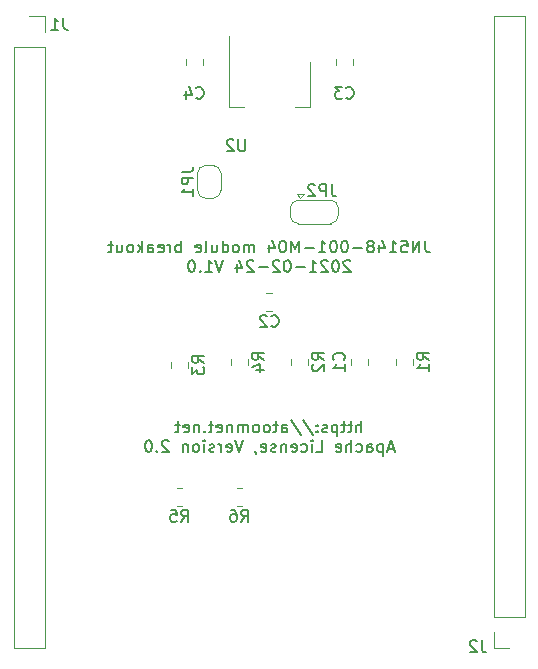
<source format=gbr>
G04 #@! TF.GenerationSoftware,KiCad,Pcbnew,(5.1.9)-1*
G04 #@! TF.CreationDate,2021-03-06T13:20:15+01:00*
G04 #@! TF.ProjectId,Jennic JN5148-001-M04 breakout,4a656e6e-6963-4204-9a4e-353134382d30,rev?*
G04 #@! TF.SameCoordinates,Original*
G04 #@! TF.FileFunction,Legend,Bot*
G04 #@! TF.FilePolarity,Positive*
%FSLAX46Y46*%
G04 Gerber Fmt 4.6, Leading zero omitted, Abs format (unit mm)*
G04 Created by KiCad (PCBNEW (5.1.9)-1) date 2021-03-06 13:20:15*
%MOMM*%
%LPD*%
G01*
G04 APERTURE LIST*
%ADD10C,0.150000*%
%ADD11C,0.120000*%
G04 APERTURE END LIST*
D10*
X152589523Y-110117380D02*
X152589523Y-109117380D01*
X152160952Y-110117380D02*
X152160952Y-109593571D01*
X152208571Y-109498333D01*
X152303809Y-109450714D01*
X152446666Y-109450714D01*
X152541904Y-109498333D01*
X152589523Y-109545952D01*
X151827619Y-109450714D02*
X151446666Y-109450714D01*
X151684761Y-109117380D02*
X151684761Y-109974523D01*
X151637142Y-110069761D01*
X151541904Y-110117380D01*
X151446666Y-110117380D01*
X151256190Y-109450714D02*
X150875238Y-109450714D01*
X151113333Y-109117380D02*
X151113333Y-109974523D01*
X151065714Y-110069761D01*
X150970476Y-110117380D01*
X150875238Y-110117380D01*
X150541904Y-109450714D02*
X150541904Y-110450714D01*
X150541904Y-109498333D02*
X150446666Y-109450714D01*
X150256190Y-109450714D01*
X150160952Y-109498333D01*
X150113333Y-109545952D01*
X150065714Y-109641190D01*
X150065714Y-109926904D01*
X150113333Y-110022142D01*
X150160952Y-110069761D01*
X150256190Y-110117380D01*
X150446666Y-110117380D01*
X150541904Y-110069761D01*
X149684761Y-110069761D02*
X149589523Y-110117380D01*
X149399047Y-110117380D01*
X149303809Y-110069761D01*
X149256190Y-109974523D01*
X149256190Y-109926904D01*
X149303809Y-109831666D01*
X149399047Y-109784047D01*
X149541904Y-109784047D01*
X149637142Y-109736428D01*
X149684761Y-109641190D01*
X149684761Y-109593571D01*
X149637142Y-109498333D01*
X149541904Y-109450714D01*
X149399047Y-109450714D01*
X149303809Y-109498333D01*
X148827619Y-110022142D02*
X148780000Y-110069761D01*
X148827619Y-110117380D01*
X148875238Y-110069761D01*
X148827619Y-110022142D01*
X148827619Y-110117380D01*
X148827619Y-109498333D02*
X148780000Y-109545952D01*
X148827619Y-109593571D01*
X148875238Y-109545952D01*
X148827619Y-109498333D01*
X148827619Y-109593571D01*
X147637142Y-109069761D02*
X148494285Y-110355476D01*
X146589523Y-109069761D02*
X147446666Y-110355476D01*
X145827619Y-110117380D02*
X145827619Y-109593571D01*
X145875238Y-109498333D01*
X145970476Y-109450714D01*
X146160952Y-109450714D01*
X146256190Y-109498333D01*
X145827619Y-110069761D02*
X145922857Y-110117380D01*
X146160952Y-110117380D01*
X146256190Y-110069761D01*
X146303809Y-109974523D01*
X146303809Y-109879285D01*
X146256190Y-109784047D01*
X146160952Y-109736428D01*
X145922857Y-109736428D01*
X145827619Y-109688809D01*
X145494285Y-109450714D02*
X145113333Y-109450714D01*
X145351428Y-109117380D02*
X145351428Y-109974523D01*
X145303809Y-110069761D01*
X145208571Y-110117380D01*
X145113333Y-110117380D01*
X144637142Y-110117380D02*
X144732380Y-110069761D01*
X144780000Y-110022142D01*
X144827619Y-109926904D01*
X144827619Y-109641190D01*
X144780000Y-109545952D01*
X144732380Y-109498333D01*
X144637142Y-109450714D01*
X144494285Y-109450714D01*
X144399047Y-109498333D01*
X144351428Y-109545952D01*
X144303809Y-109641190D01*
X144303809Y-109926904D01*
X144351428Y-110022142D01*
X144399047Y-110069761D01*
X144494285Y-110117380D01*
X144637142Y-110117380D01*
X143732380Y-110117380D02*
X143827619Y-110069761D01*
X143875238Y-110022142D01*
X143922857Y-109926904D01*
X143922857Y-109641190D01*
X143875238Y-109545952D01*
X143827619Y-109498333D01*
X143732380Y-109450714D01*
X143589523Y-109450714D01*
X143494285Y-109498333D01*
X143446666Y-109545952D01*
X143399047Y-109641190D01*
X143399047Y-109926904D01*
X143446666Y-110022142D01*
X143494285Y-110069761D01*
X143589523Y-110117380D01*
X143732380Y-110117380D01*
X142970476Y-110117380D02*
X142970476Y-109450714D01*
X142970476Y-109545952D02*
X142922857Y-109498333D01*
X142827619Y-109450714D01*
X142684761Y-109450714D01*
X142589523Y-109498333D01*
X142541904Y-109593571D01*
X142541904Y-110117380D01*
X142541904Y-109593571D02*
X142494285Y-109498333D01*
X142399047Y-109450714D01*
X142256190Y-109450714D01*
X142160952Y-109498333D01*
X142113333Y-109593571D01*
X142113333Y-110117380D01*
X141637142Y-109450714D02*
X141637142Y-110117380D01*
X141637142Y-109545952D02*
X141589523Y-109498333D01*
X141494285Y-109450714D01*
X141351428Y-109450714D01*
X141256190Y-109498333D01*
X141208571Y-109593571D01*
X141208571Y-110117380D01*
X140351428Y-110069761D02*
X140446666Y-110117380D01*
X140637142Y-110117380D01*
X140732380Y-110069761D01*
X140780000Y-109974523D01*
X140780000Y-109593571D01*
X140732380Y-109498333D01*
X140637142Y-109450714D01*
X140446666Y-109450714D01*
X140351428Y-109498333D01*
X140303809Y-109593571D01*
X140303809Y-109688809D01*
X140780000Y-109784047D01*
X140018095Y-109450714D02*
X139637142Y-109450714D01*
X139875238Y-109117380D02*
X139875238Y-109974523D01*
X139827619Y-110069761D01*
X139732380Y-110117380D01*
X139637142Y-110117380D01*
X139303809Y-110022142D02*
X139256190Y-110069761D01*
X139303809Y-110117380D01*
X139351428Y-110069761D01*
X139303809Y-110022142D01*
X139303809Y-110117380D01*
X138827619Y-109450714D02*
X138827619Y-110117380D01*
X138827619Y-109545952D02*
X138780000Y-109498333D01*
X138684761Y-109450714D01*
X138541904Y-109450714D01*
X138446666Y-109498333D01*
X138399047Y-109593571D01*
X138399047Y-110117380D01*
X137541904Y-110069761D02*
X137637142Y-110117380D01*
X137827619Y-110117380D01*
X137922857Y-110069761D01*
X137970476Y-109974523D01*
X137970476Y-109593571D01*
X137922857Y-109498333D01*
X137827619Y-109450714D01*
X137637142Y-109450714D01*
X137541904Y-109498333D01*
X137494285Y-109593571D01*
X137494285Y-109688809D01*
X137970476Y-109784047D01*
X137208571Y-109450714D02*
X136827619Y-109450714D01*
X137065714Y-109117380D02*
X137065714Y-109974523D01*
X137018095Y-110069761D01*
X136922857Y-110117380D01*
X136827619Y-110117380D01*
X155303809Y-111481666D02*
X154827619Y-111481666D01*
X155399047Y-111767380D02*
X155065714Y-110767380D01*
X154732380Y-111767380D01*
X154399047Y-111100714D02*
X154399047Y-112100714D01*
X154399047Y-111148333D02*
X154303809Y-111100714D01*
X154113333Y-111100714D01*
X154018095Y-111148333D01*
X153970476Y-111195952D01*
X153922857Y-111291190D01*
X153922857Y-111576904D01*
X153970476Y-111672142D01*
X154018095Y-111719761D01*
X154113333Y-111767380D01*
X154303809Y-111767380D01*
X154399047Y-111719761D01*
X153065714Y-111767380D02*
X153065714Y-111243571D01*
X153113333Y-111148333D01*
X153208571Y-111100714D01*
X153399047Y-111100714D01*
X153494285Y-111148333D01*
X153065714Y-111719761D02*
X153160952Y-111767380D01*
X153399047Y-111767380D01*
X153494285Y-111719761D01*
X153541904Y-111624523D01*
X153541904Y-111529285D01*
X153494285Y-111434047D01*
X153399047Y-111386428D01*
X153160952Y-111386428D01*
X153065714Y-111338809D01*
X152160952Y-111719761D02*
X152256190Y-111767380D01*
X152446666Y-111767380D01*
X152541904Y-111719761D01*
X152589523Y-111672142D01*
X152637142Y-111576904D01*
X152637142Y-111291190D01*
X152589523Y-111195952D01*
X152541904Y-111148333D01*
X152446666Y-111100714D01*
X152256190Y-111100714D01*
X152160952Y-111148333D01*
X151732380Y-111767380D02*
X151732380Y-110767380D01*
X151303809Y-111767380D02*
X151303809Y-111243571D01*
X151351428Y-111148333D01*
X151446666Y-111100714D01*
X151589523Y-111100714D01*
X151684761Y-111148333D01*
X151732380Y-111195952D01*
X150446666Y-111719761D02*
X150541904Y-111767380D01*
X150732380Y-111767380D01*
X150827619Y-111719761D01*
X150875238Y-111624523D01*
X150875238Y-111243571D01*
X150827619Y-111148333D01*
X150732380Y-111100714D01*
X150541904Y-111100714D01*
X150446666Y-111148333D01*
X150399047Y-111243571D01*
X150399047Y-111338809D01*
X150875238Y-111434047D01*
X148732380Y-111767380D02*
X149208571Y-111767380D01*
X149208571Y-110767380D01*
X148399047Y-111767380D02*
X148399047Y-111100714D01*
X148399047Y-110767380D02*
X148446666Y-110815000D01*
X148399047Y-110862619D01*
X148351428Y-110815000D01*
X148399047Y-110767380D01*
X148399047Y-110862619D01*
X147494285Y-111719761D02*
X147589523Y-111767380D01*
X147780000Y-111767380D01*
X147875238Y-111719761D01*
X147922857Y-111672142D01*
X147970476Y-111576904D01*
X147970476Y-111291190D01*
X147922857Y-111195952D01*
X147875238Y-111148333D01*
X147780000Y-111100714D01*
X147589523Y-111100714D01*
X147494285Y-111148333D01*
X146684761Y-111719761D02*
X146780000Y-111767380D01*
X146970476Y-111767380D01*
X147065714Y-111719761D01*
X147113333Y-111624523D01*
X147113333Y-111243571D01*
X147065714Y-111148333D01*
X146970476Y-111100714D01*
X146780000Y-111100714D01*
X146684761Y-111148333D01*
X146637142Y-111243571D01*
X146637142Y-111338809D01*
X147113333Y-111434047D01*
X146208571Y-111100714D02*
X146208571Y-111767380D01*
X146208571Y-111195952D02*
X146160952Y-111148333D01*
X146065714Y-111100714D01*
X145922857Y-111100714D01*
X145827619Y-111148333D01*
X145780000Y-111243571D01*
X145780000Y-111767380D01*
X145351428Y-111719761D02*
X145256190Y-111767380D01*
X145065714Y-111767380D01*
X144970476Y-111719761D01*
X144922857Y-111624523D01*
X144922857Y-111576904D01*
X144970476Y-111481666D01*
X145065714Y-111434047D01*
X145208571Y-111434047D01*
X145303809Y-111386428D01*
X145351428Y-111291190D01*
X145351428Y-111243571D01*
X145303809Y-111148333D01*
X145208571Y-111100714D01*
X145065714Y-111100714D01*
X144970476Y-111148333D01*
X144113333Y-111719761D02*
X144208571Y-111767380D01*
X144399047Y-111767380D01*
X144494285Y-111719761D01*
X144541904Y-111624523D01*
X144541904Y-111243571D01*
X144494285Y-111148333D01*
X144399047Y-111100714D01*
X144208571Y-111100714D01*
X144113333Y-111148333D01*
X144065714Y-111243571D01*
X144065714Y-111338809D01*
X144541904Y-111434047D01*
X143589523Y-111719761D02*
X143589523Y-111767380D01*
X143637142Y-111862619D01*
X143684761Y-111910238D01*
X142541904Y-110767380D02*
X142208571Y-111767380D01*
X141875238Y-110767380D01*
X141160952Y-111719761D02*
X141256190Y-111767380D01*
X141446666Y-111767380D01*
X141541904Y-111719761D01*
X141589523Y-111624523D01*
X141589523Y-111243571D01*
X141541904Y-111148333D01*
X141446666Y-111100714D01*
X141256190Y-111100714D01*
X141160952Y-111148333D01*
X141113333Y-111243571D01*
X141113333Y-111338809D01*
X141589523Y-111434047D01*
X140684761Y-111767380D02*
X140684761Y-111100714D01*
X140684761Y-111291190D02*
X140637142Y-111195952D01*
X140589523Y-111148333D01*
X140494285Y-111100714D01*
X140399047Y-111100714D01*
X140113333Y-111719761D02*
X140018095Y-111767380D01*
X139827619Y-111767380D01*
X139732380Y-111719761D01*
X139684761Y-111624523D01*
X139684761Y-111576904D01*
X139732380Y-111481666D01*
X139827619Y-111434047D01*
X139970476Y-111434047D01*
X140065714Y-111386428D01*
X140113333Y-111291190D01*
X140113333Y-111243571D01*
X140065714Y-111148333D01*
X139970476Y-111100714D01*
X139827619Y-111100714D01*
X139732380Y-111148333D01*
X139256190Y-111767380D02*
X139256190Y-111100714D01*
X139256190Y-110767380D02*
X139303809Y-110815000D01*
X139256190Y-110862619D01*
X139208571Y-110815000D01*
X139256190Y-110767380D01*
X139256190Y-110862619D01*
X138637142Y-111767380D02*
X138732380Y-111719761D01*
X138780000Y-111672142D01*
X138827619Y-111576904D01*
X138827619Y-111291190D01*
X138780000Y-111195952D01*
X138732380Y-111148333D01*
X138637142Y-111100714D01*
X138494285Y-111100714D01*
X138399047Y-111148333D01*
X138351428Y-111195952D01*
X138303809Y-111291190D01*
X138303809Y-111576904D01*
X138351428Y-111672142D01*
X138399047Y-111719761D01*
X138494285Y-111767380D01*
X138637142Y-111767380D01*
X137875238Y-111100714D02*
X137875238Y-111767380D01*
X137875238Y-111195952D02*
X137827619Y-111148333D01*
X137732380Y-111100714D01*
X137589523Y-111100714D01*
X137494285Y-111148333D01*
X137446666Y-111243571D01*
X137446666Y-111767380D01*
X136256190Y-110862619D02*
X136208571Y-110815000D01*
X136113333Y-110767380D01*
X135875238Y-110767380D01*
X135780000Y-110815000D01*
X135732380Y-110862619D01*
X135684761Y-110957857D01*
X135684761Y-111053095D01*
X135732380Y-111195952D01*
X136303809Y-111767380D01*
X135684761Y-111767380D01*
X135256190Y-111672142D02*
X135208571Y-111719761D01*
X135256190Y-111767380D01*
X135303809Y-111719761D01*
X135256190Y-111672142D01*
X135256190Y-111767380D01*
X134589523Y-110767380D02*
X134494285Y-110767380D01*
X134399047Y-110815000D01*
X134351428Y-110862619D01*
X134303809Y-110957857D01*
X134256190Y-111148333D01*
X134256190Y-111386428D01*
X134303809Y-111576904D01*
X134351428Y-111672142D01*
X134399047Y-111719761D01*
X134494285Y-111767380D01*
X134589523Y-111767380D01*
X134684761Y-111719761D01*
X134732380Y-111672142D01*
X134780000Y-111576904D01*
X134827619Y-111386428D01*
X134827619Y-111148333D01*
X134780000Y-110957857D01*
X134732380Y-110862619D01*
X134684761Y-110815000D01*
X134589523Y-110767380D01*
X157970476Y-93877380D02*
X157970476Y-94591666D01*
X158018095Y-94734523D01*
X158113333Y-94829761D01*
X158256190Y-94877380D01*
X158351428Y-94877380D01*
X157494285Y-94877380D02*
X157494285Y-93877380D01*
X156922857Y-94877380D01*
X156922857Y-93877380D01*
X155970476Y-93877380D02*
X156446666Y-93877380D01*
X156494285Y-94353571D01*
X156446666Y-94305952D01*
X156351428Y-94258333D01*
X156113333Y-94258333D01*
X156018095Y-94305952D01*
X155970476Y-94353571D01*
X155922857Y-94448809D01*
X155922857Y-94686904D01*
X155970476Y-94782142D01*
X156018095Y-94829761D01*
X156113333Y-94877380D01*
X156351428Y-94877380D01*
X156446666Y-94829761D01*
X156494285Y-94782142D01*
X154970476Y-94877380D02*
X155541904Y-94877380D01*
X155256190Y-94877380D02*
X155256190Y-93877380D01*
X155351428Y-94020238D01*
X155446666Y-94115476D01*
X155541904Y-94163095D01*
X154113333Y-94210714D02*
X154113333Y-94877380D01*
X154351428Y-93829761D02*
X154589523Y-94544047D01*
X153970476Y-94544047D01*
X153446666Y-94305952D02*
X153541904Y-94258333D01*
X153589523Y-94210714D01*
X153637142Y-94115476D01*
X153637142Y-94067857D01*
X153589523Y-93972619D01*
X153541904Y-93925000D01*
X153446666Y-93877380D01*
X153256190Y-93877380D01*
X153160952Y-93925000D01*
X153113333Y-93972619D01*
X153065714Y-94067857D01*
X153065714Y-94115476D01*
X153113333Y-94210714D01*
X153160952Y-94258333D01*
X153256190Y-94305952D01*
X153446666Y-94305952D01*
X153541904Y-94353571D01*
X153589523Y-94401190D01*
X153637142Y-94496428D01*
X153637142Y-94686904D01*
X153589523Y-94782142D01*
X153541904Y-94829761D01*
X153446666Y-94877380D01*
X153256190Y-94877380D01*
X153160952Y-94829761D01*
X153113333Y-94782142D01*
X153065714Y-94686904D01*
X153065714Y-94496428D01*
X153113333Y-94401190D01*
X153160952Y-94353571D01*
X153256190Y-94305952D01*
X152637142Y-94496428D02*
X151875238Y-94496428D01*
X151208571Y-93877380D02*
X151113333Y-93877380D01*
X151018095Y-93925000D01*
X150970476Y-93972619D01*
X150922857Y-94067857D01*
X150875238Y-94258333D01*
X150875238Y-94496428D01*
X150922857Y-94686904D01*
X150970476Y-94782142D01*
X151018095Y-94829761D01*
X151113333Y-94877380D01*
X151208571Y-94877380D01*
X151303809Y-94829761D01*
X151351428Y-94782142D01*
X151399047Y-94686904D01*
X151446666Y-94496428D01*
X151446666Y-94258333D01*
X151399047Y-94067857D01*
X151351428Y-93972619D01*
X151303809Y-93925000D01*
X151208571Y-93877380D01*
X150256190Y-93877380D02*
X150160952Y-93877380D01*
X150065714Y-93925000D01*
X150018095Y-93972619D01*
X149970476Y-94067857D01*
X149922857Y-94258333D01*
X149922857Y-94496428D01*
X149970476Y-94686904D01*
X150018095Y-94782142D01*
X150065714Y-94829761D01*
X150160952Y-94877380D01*
X150256190Y-94877380D01*
X150351428Y-94829761D01*
X150399047Y-94782142D01*
X150446666Y-94686904D01*
X150494285Y-94496428D01*
X150494285Y-94258333D01*
X150446666Y-94067857D01*
X150399047Y-93972619D01*
X150351428Y-93925000D01*
X150256190Y-93877380D01*
X148970476Y-94877380D02*
X149541904Y-94877380D01*
X149256190Y-94877380D02*
X149256190Y-93877380D01*
X149351428Y-94020238D01*
X149446666Y-94115476D01*
X149541904Y-94163095D01*
X148541904Y-94496428D02*
X147780000Y-94496428D01*
X147303809Y-94877380D02*
X147303809Y-93877380D01*
X146970476Y-94591666D01*
X146637142Y-93877380D01*
X146637142Y-94877380D01*
X145970476Y-93877380D02*
X145875238Y-93877380D01*
X145780000Y-93925000D01*
X145732380Y-93972619D01*
X145684761Y-94067857D01*
X145637142Y-94258333D01*
X145637142Y-94496428D01*
X145684761Y-94686904D01*
X145732380Y-94782142D01*
X145780000Y-94829761D01*
X145875238Y-94877380D01*
X145970476Y-94877380D01*
X146065714Y-94829761D01*
X146113333Y-94782142D01*
X146160952Y-94686904D01*
X146208571Y-94496428D01*
X146208571Y-94258333D01*
X146160952Y-94067857D01*
X146113333Y-93972619D01*
X146065714Y-93925000D01*
X145970476Y-93877380D01*
X144780000Y-94210714D02*
X144780000Y-94877380D01*
X145018095Y-93829761D02*
X145256190Y-94544047D01*
X144637142Y-94544047D01*
X143494285Y-94877380D02*
X143494285Y-94210714D01*
X143494285Y-94305952D02*
X143446666Y-94258333D01*
X143351428Y-94210714D01*
X143208571Y-94210714D01*
X143113333Y-94258333D01*
X143065714Y-94353571D01*
X143065714Y-94877380D01*
X143065714Y-94353571D02*
X143018095Y-94258333D01*
X142922857Y-94210714D01*
X142780000Y-94210714D01*
X142684761Y-94258333D01*
X142637142Y-94353571D01*
X142637142Y-94877380D01*
X142018095Y-94877380D02*
X142113333Y-94829761D01*
X142160952Y-94782142D01*
X142208571Y-94686904D01*
X142208571Y-94401190D01*
X142160952Y-94305952D01*
X142113333Y-94258333D01*
X142018095Y-94210714D01*
X141875238Y-94210714D01*
X141780000Y-94258333D01*
X141732380Y-94305952D01*
X141684761Y-94401190D01*
X141684761Y-94686904D01*
X141732380Y-94782142D01*
X141780000Y-94829761D01*
X141875238Y-94877380D01*
X142018095Y-94877380D01*
X140827619Y-94877380D02*
X140827619Y-93877380D01*
X140827619Y-94829761D02*
X140922857Y-94877380D01*
X141113333Y-94877380D01*
X141208571Y-94829761D01*
X141256190Y-94782142D01*
X141303809Y-94686904D01*
X141303809Y-94401190D01*
X141256190Y-94305952D01*
X141208571Y-94258333D01*
X141113333Y-94210714D01*
X140922857Y-94210714D01*
X140827619Y-94258333D01*
X139922857Y-94210714D02*
X139922857Y-94877380D01*
X140351428Y-94210714D02*
X140351428Y-94734523D01*
X140303809Y-94829761D01*
X140208571Y-94877380D01*
X140065714Y-94877380D01*
X139970476Y-94829761D01*
X139922857Y-94782142D01*
X139303809Y-94877380D02*
X139399047Y-94829761D01*
X139446666Y-94734523D01*
X139446666Y-93877380D01*
X138541904Y-94829761D02*
X138637142Y-94877380D01*
X138827619Y-94877380D01*
X138922857Y-94829761D01*
X138970476Y-94734523D01*
X138970476Y-94353571D01*
X138922857Y-94258333D01*
X138827619Y-94210714D01*
X138637142Y-94210714D01*
X138541904Y-94258333D01*
X138494285Y-94353571D01*
X138494285Y-94448809D01*
X138970476Y-94544047D01*
X137303809Y-94877380D02*
X137303809Y-93877380D01*
X137303809Y-94258333D02*
X137208571Y-94210714D01*
X137018095Y-94210714D01*
X136922857Y-94258333D01*
X136875238Y-94305952D01*
X136827619Y-94401190D01*
X136827619Y-94686904D01*
X136875238Y-94782142D01*
X136922857Y-94829761D01*
X137018095Y-94877380D01*
X137208571Y-94877380D01*
X137303809Y-94829761D01*
X136399047Y-94877380D02*
X136399047Y-94210714D01*
X136399047Y-94401190D02*
X136351428Y-94305952D01*
X136303809Y-94258333D01*
X136208571Y-94210714D01*
X136113333Y-94210714D01*
X135399047Y-94829761D02*
X135494285Y-94877380D01*
X135684761Y-94877380D01*
X135780000Y-94829761D01*
X135827619Y-94734523D01*
X135827619Y-94353571D01*
X135780000Y-94258333D01*
X135684761Y-94210714D01*
X135494285Y-94210714D01*
X135399047Y-94258333D01*
X135351428Y-94353571D01*
X135351428Y-94448809D01*
X135827619Y-94544047D01*
X134494285Y-94877380D02*
X134494285Y-94353571D01*
X134541904Y-94258333D01*
X134637142Y-94210714D01*
X134827619Y-94210714D01*
X134922857Y-94258333D01*
X134494285Y-94829761D02*
X134589523Y-94877380D01*
X134827619Y-94877380D01*
X134922857Y-94829761D01*
X134970476Y-94734523D01*
X134970476Y-94639285D01*
X134922857Y-94544047D01*
X134827619Y-94496428D01*
X134589523Y-94496428D01*
X134494285Y-94448809D01*
X134018095Y-94877380D02*
X134018095Y-93877380D01*
X133922857Y-94496428D02*
X133637142Y-94877380D01*
X133637142Y-94210714D02*
X134018095Y-94591666D01*
X133065714Y-94877380D02*
X133160952Y-94829761D01*
X133208571Y-94782142D01*
X133256190Y-94686904D01*
X133256190Y-94401190D01*
X133208571Y-94305952D01*
X133160952Y-94258333D01*
X133065714Y-94210714D01*
X132922857Y-94210714D01*
X132827619Y-94258333D01*
X132780000Y-94305952D01*
X132732380Y-94401190D01*
X132732380Y-94686904D01*
X132780000Y-94782142D01*
X132827619Y-94829761D01*
X132922857Y-94877380D01*
X133065714Y-94877380D01*
X131875238Y-94210714D02*
X131875238Y-94877380D01*
X132303809Y-94210714D02*
X132303809Y-94734523D01*
X132256190Y-94829761D01*
X132160952Y-94877380D01*
X132018095Y-94877380D01*
X131922857Y-94829761D01*
X131875238Y-94782142D01*
X131541904Y-94210714D02*
X131160952Y-94210714D01*
X131399047Y-93877380D02*
X131399047Y-94734523D01*
X131351428Y-94829761D01*
X131256190Y-94877380D01*
X131160952Y-94877380D01*
X151637142Y-95622619D02*
X151589523Y-95575000D01*
X151494285Y-95527380D01*
X151256190Y-95527380D01*
X151160952Y-95575000D01*
X151113333Y-95622619D01*
X151065714Y-95717857D01*
X151065714Y-95813095D01*
X151113333Y-95955952D01*
X151684761Y-96527380D01*
X151065714Y-96527380D01*
X150446666Y-95527380D02*
X150351428Y-95527380D01*
X150256190Y-95575000D01*
X150208571Y-95622619D01*
X150160952Y-95717857D01*
X150113333Y-95908333D01*
X150113333Y-96146428D01*
X150160952Y-96336904D01*
X150208571Y-96432142D01*
X150256190Y-96479761D01*
X150351428Y-96527380D01*
X150446666Y-96527380D01*
X150541904Y-96479761D01*
X150589523Y-96432142D01*
X150637142Y-96336904D01*
X150684761Y-96146428D01*
X150684761Y-95908333D01*
X150637142Y-95717857D01*
X150589523Y-95622619D01*
X150541904Y-95575000D01*
X150446666Y-95527380D01*
X149732380Y-95622619D02*
X149684761Y-95575000D01*
X149589523Y-95527380D01*
X149351428Y-95527380D01*
X149256190Y-95575000D01*
X149208571Y-95622619D01*
X149160952Y-95717857D01*
X149160952Y-95813095D01*
X149208571Y-95955952D01*
X149780000Y-96527380D01*
X149160952Y-96527380D01*
X148208571Y-96527380D02*
X148780000Y-96527380D01*
X148494285Y-96527380D02*
X148494285Y-95527380D01*
X148589523Y-95670238D01*
X148684761Y-95765476D01*
X148780000Y-95813095D01*
X147780000Y-96146428D02*
X147018095Y-96146428D01*
X146351428Y-95527380D02*
X146256190Y-95527380D01*
X146160952Y-95575000D01*
X146113333Y-95622619D01*
X146065714Y-95717857D01*
X146018095Y-95908333D01*
X146018095Y-96146428D01*
X146065714Y-96336904D01*
X146113333Y-96432142D01*
X146160952Y-96479761D01*
X146256190Y-96527380D01*
X146351428Y-96527380D01*
X146446666Y-96479761D01*
X146494285Y-96432142D01*
X146541904Y-96336904D01*
X146589523Y-96146428D01*
X146589523Y-95908333D01*
X146541904Y-95717857D01*
X146494285Y-95622619D01*
X146446666Y-95575000D01*
X146351428Y-95527380D01*
X145637142Y-95622619D02*
X145589523Y-95575000D01*
X145494285Y-95527380D01*
X145256190Y-95527380D01*
X145160952Y-95575000D01*
X145113333Y-95622619D01*
X145065714Y-95717857D01*
X145065714Y-95813095D01*
X145113333Y-95955952D01*
X145684761Y-96527380D01*
X145065714Y-96527380D01*
X144637142Y-96146428D02*
X143875238Y-96146428D01*
X143446666Y-95622619D02*
X143399047Y-95575000D01*
X143303809Y-95527380D01*
X143065714Y-95527380D01*
X142970476Y-95575000D01*
X142922857Y-95622619D01*
X142875238Y-95717857D01*
X142875238Y-95813095D01*
X142922857Y-95955952D01*
X143494285Y-96527380D01*
X142875238Y-96527380D01*
X142018095Y-95860714D02*
X142018095Y-96527380D01*
X142256190Y-95479761D02*
X142494285Y-96194047D01*
X141875238Y-96194047D01*
X140875238Y-95527380D02*
X140541904Y-96527380D01*
X140208571Y-95527380D01*
X139351428Y-96527380D02*
X139922857Y-96527380D01*
X139637142Y-96527380D02*
X139637142Y-95527380D01*
X139732380Y-95670238D01*
X139827619Y-95765476D01*
X139922857Y-95813095D01*
X138922857Y-96432142D02*
X138875238Y-96479761D01*
X138922857Y-96527380D01*
X138970476Y-96479761D01*
X138922857Y-96432142D01*
X138922857Y-96527380D01*
X138256190Y-95527380D02*
X138160952Y-95527380D01*
X138065714Y-95575000D01*
X138018095Y-95622619D01*
X137970476Y-95717857D01*
X137922857Y-95908333D01*
X137922857Y-96146428D01*
X137970476Y-96336904D01*
X138018095Y-96432142D01*
X138065714Y-96479761D01*
X138160952Y-96527380D01*
X138256190Y-96527380D01*
X138351428Y-96479761D01*
X138399047Y-96432142D01*
X138446666Y-96336904D01*
X138494285Y-96146428D01*
X138494285Y-95908333D01*
X138446666Y-95717857D01*
X138399047Y-95622619D01*
X138351428Y-95575000D01*
X138256190Y-95527380D01*
D11*
X144518748Y-98325000D02*
X145041252Y-98325000D01*
X144518748Y-99795000D02*
X145041252Y-99795000D01*
X163770000Y-128330000D02*
X165100000Y-128330000D01*
X163770000Y-127000000D02*
X163770000Y-128330000D01*
X163770000Y-125730000D02*
X166430000Y-125730000D01*
X166430000Y-125730000D02*
X166430000Y-74870000D01*
X163770000Y-125730000D02*
X163770000Y-74870000D01*
X163770000Y-74870000D02*
X166430000Y-74870000D01*
X125790000Y-74870000D02*
X124460000Y-74870000D01*
X125790000Y-76200000D02*
X125790000Y-74870000D01*
X125790000Y-77470000D02*
X123130000Y-77470000D01*
X123130000Y-77470000D02*
X123130000Y-128330000D01*
X125790000Y-77470000D02*
X125790000Y-128330000D01*
X125790000Y-128330000D02*
X123130000Y-128330000D01*
X141370000Y-76520000D02*
X141370000Y-82530000D01*
X148190000Y-78770000D02*
X148190000Y-82530000D01*
X141370000Y-82530000D02*
X142630000Y-82530000D01*
X148190000Y-82530000D02*
X146930000Y-82530000D01*
X142012936Y-114835000D02*
X142467064Y-114835000D01*
X142012936Y-116305000D02*
X142467064Y-116305000D01*
X136932936Y-114835000D02*
X137387064Y-114835000D01*
X136932936Y-116305000D02*
X137387064Y-116305000D01*
X141505000Y-104367064D02*
X141505000Y-103912936D01*
X142975000Y-104367064D02*
X142975000Y-103912936D01*
X136425000Y-104637064D02*
X136425000Y-104182936D01*
X137895000Y-104637064D02*
X137895000Y-104182936D01*
X139165000Y-78478748D02*
X139165000Y-79001252D01*
X137695000Y-78478748D02*
X137695000Y-79001252D01*
X151865000Y-78478748D02*
X151865000Y-79001252D01*
X150395000Y-78478748D02*
X150395000Y-79001252D01*
X146585000Y-104367064D02*
X146585000Y-103912936D01*
X148055000Y-104367064D02*
X148055000Y-103912936D01*
X155475000Y-104367064D02*
X155475000Y-103912936D01*
X156945000Y-104367064D02*
X156945000Y-103912936D01*
X153135000Y-103878748D02*
X153135000Y-104401252D01*
X151665000Y-103878748D02*
X151665000Y-104401252D01*
X147190000Y-92440000D02*
X149990000Y-92440000D01*
X150640000Y-91740000D02*
X150640000Y-91140000D01*
X149990000Y-90440000D02*
X147190000Y-90440000D01*
X146540000Y-91140000D02*
X146540000Y-91740000D01*
X147390000Y-90240000D02*
X147090000Y-89940000D01*
X147090000Y-89940000D02*
X147690000Y-89940000D01*
X147390000Y-90240000D02*
X147690000Y-89940000D01*
X146540000Y-91740000D02*
G75*
G03*
X147240000Y-92440000I700000J0D01*
G01*
X147240000Y-90440000D02*
G75*
G03*
X146540000Y-91140000I0J-700000D01*
G01*
X150640000Y-91140000D02*
G75*
G03*
X149940000Y-90440000I-700000J0D01*
G01*
X149940000Y-92440000D02*
G75*
G03*
X150640000Y-91740000I0J700000D01*
G01*
X138700000Y-88200000D02*
X138700000Y-89600000D01*
X139400000Y-90300000D02*
X140000000Y-90300000D01*
X140700000Y-89600000D02*
X140700000Y-88200000D01*
X140000000Y-87500000D02*
X139400000Y-87500000D01*
X139400000Y-87500000D02*
G75*
G03*
X138700000Y-88200000I0J-700000D01*
G01*
X140700000Y-88200000D02*
G75*
G03*
X140000000Y-87500000I-700000J0D01*
G01*
X140000000Y-90300000D02*
G75*
G03*
X140700000Y-89600000I0J700000D01*
G01*
X138700000Y-89600000D02*
G75*
G03*
X139400000Y-90300000I700000J0D01*
G01*
D10*
X144946666Y-101097142D02*
X144994285Y-101144761D01*
X145137142Y-101192380D01*
X145232380Y-101192380D01*
X145375238Y-101144761D01*
X145470476Y-101049523D01*
X145518095Y-100954285D01*
X145565714Y-100763809D01*
X145565714Y-100620952D01*
X145518095Y-100430476D01*
X145470476Y-100335238D01*
X145375238Y-100240000D01*
X145232380Y-100192380D01*
X145137142Y-100192380D01*
X144994285Y-100240000D01*
X144946666Y-100287619D01*
X144565714Y-100287619D02*
X144518095Y-100240000D01*
X144422857Y-100192380D01*
X144184761Y-100192380D01*
X144089523Y-100240000D01*
X144041904Y-100287619D01*
X143994285Y-100382857D01*
X143994285Y-100478095D01*
X144041904Y-100620952D01*
X144613333Y-101192380D01*
X143994285Y-101192380D01*
X162766333Y-127722380D02*
X162766333Y-128436666D01*
X162813952Y-128579523D01*
X162909190Y-128674761D01*
X163052047Y-128722380D01*
X163147285Y-128722380D01*
X162337761Y-127817619D02*
X162290142Y-127770000D01*
X162194904Y-127722380D01*
X161956809Y-127722380D01*
X161861571Y-127770000D01*
X161813952Y-127817619D01*
X161766333Y-127912857D01*
X161766333Y-128008095D01*
X161813952Y-128150952D01*
X162385380Y-128722380D01*
X161766333Y-128722380D01*
X127333333Y-75017380D02*
X127333333Y-75731666D01*
X127380952Y-75874523D01*
X127476190Y-75969761D01*
X127619047Y-76017380D01*
X127714285Y-76017380D01*
X126333333Y-76017380D02*
X126904761Y-76017380D01*
X126619047Y-76017380D02*
X126619047Y-75017380D01*
X126714285Y-75160238D01*
X126809523Y-75255476D01*
X126904761Y-75303095D01*
X142747904Y-85304380D02*
X142747904Y-86113904D01*
X142700285Y-86209142D01*
X142652666Y-86256761D01*
X142557428Y-86304380D01*
X142366952Y-86304380D01*
X142271714Y-86256761D01*
X142224095Y-86209142D01*
X142176476Y-86113904D01*
X142176476Y-85304380D01*
X141747904Y-85399619D02*
X141700285Y-85352000D01*
X141605047Y-85304380D01*
X141366952Y-85304380D01*
X141271714Y-85352000D01*
X141224095Y-85399619D01*
X141176476Y-85494857D01*
X141176476Y-85590095D01*
X141224095Y-85732952D01*
X141795523Y-86304380D01*
X141176476Y-86304380D01*
X142406666Y-117672380D02*
X142740000Y-117196190D01*
X142978095Y-117672380D02*
X142978095Y-116672380D01*
X142597142Y-116672380D01*
X142501904Y-116720000D01*
X142454285Y-116767619D01*
X142406666Y-116862857D01*
X142406666Y-117005714D01*
X142454285Y-117100952D01*
X142501904Y-117148571D01*
X142597142Y-117196190D01*
X142978095Y-117196190D01*
X141549523Y-116672380D02*
X141740000Y-116672380D01*
X141835238Y-116720000D01*
X141882857Y-116767619D01*
X141978095Y-116910476D01*
X142025714Y-117100952D01*
X142025714Y-117481904D01*
X141978095Y-117577142D01*
X141930476Y-117624761D01*
X141835238Y-117672380D01*
X141644761Y-117672380D01*
X141549523Y-117624761D01*
X141501904Y-117577142D01*
X141454285Y-117481904D01*
X141454285Y-117243809D01*
X141501904Y-117148571D01*
X141549523Y-117100952D01*
X141644761Y-117053333D01*
X141835238Y-117053333D01*
X141930476Y-117100952D01*
X141978095Y-117148571D01*
X142025714Y-117243809D01*
X137326666Y-117672380D02*
X137660000Y-117196190D01*
X137898095Y-117672380D02*
X137898095Y-116672380D01*
X137517142Y-116672380D01*
X137421904Y-116720000D01*
X137374285Y-116767619D01*
X137326666Y-116862857D01*
X137326666Y-117005714D01*
X137374285Y-117100952D01*
X137421904Y-117148571D01*
X137517142Y-117196190D01*
X137898095Y-117196190D01*
X136421904Y-116672380D02*
X136898095Y-116672380D01*
X136945714Y-117148571D01*
X136898095Y-117100952D01*
X136802857Y-117053333D01*
X136564761Y-117053333D01*
X136469523Y-117100952D01*
X136421904Y-117148571D01*
X136374285Y-117243809D01*
X136374285Y-117481904D01*
X136421904Y-117577142D01*
X136469523Y-117624761D01*
X136564761Y-117672380D01*
X136802857Y-117672380D01*
X136898095Y-117624761D01*
X136945714Y-117577142D01*
X144342380Y-103973333D02*
X143866190Y-103640000D01*
X144342380Y-103401904D02*
X143342380Y-103401904D01*
X143342380Y-103782857D01*
X143390000Y-103878095D01*
X143437619Y-103925714D01*
X143532857Y-103973333D01*
X143675714Y-103973333D01*
X143770952Y-103925714D01*
X143818571Y-103878095D01*
X143866190Y-103782857D01*
X143866190Y-103401904D01*
X143675714Y-104830476D02*
X144342380Y-104830476D01*
X143294761Y-104592380D02*
X144009047Y-104354285D01*
X144009047Y-104973333D01*
X139262380Y-104243333D02*
X138786190Y-103910000D01*
X139262380Y-103671904D02*
X138262380Y-103671904D01*
X138262380Y-104052857D01*
X138310000Y-104148095D01*
X138357619Y-104195714D01*
X138452857Y-104243333D01*
X138595714Y-104243333D01*
X138690952Y-104195714D01*
X138738571Y-104148095D01*
X138786190Y-104052857D01*
X138786190Y-103671904D01*
X138262380Y-104576666D02*
X138262380Y-105195714D01*
X138643333Y-104862380D01*
X138643333Y-105005238D01*
X138690952Y-105100476D01*
X138738571Y-105148095D01*
X138833809Y-105195714D01*
X139071904Y-105195714D01*
X139167142Y-105148095D01*
X139214761Y-105100476D01*
X139262380Y-105005238D01*
X139262380Y-104719523D01*
X139214761Y-104624285D01*
X139167142Y-104576666D01*
X138596666Y-81764142D02*
X138644285Y-81811761D01*
X138787142Y-81859380D01*
X138882380Y-81859380D01*
X139025238Y-81811761D01*
X139120476Y-81716523D01*
X139168095Y-81621285D01*
X139215714Y-81430809D01*
X139215714Y-81287952D01*
X139168095Y-81097476D01*
X139120476Y-81002238D01*
X139025238Y-80907000D01*
X138882380Y-80859380D01*
X138787142Y-80859380D01*
X138644285Y-80907000D01*
X138596666Y-80954619D01*
X137739523Y-81192714D02*
X137739523Y-81859380D01*
X137977619Y-80811761D02*
X138215714Y-81526047D01*
X137596666Y-81526047D01*
X151296666Y-81764142D02*
X151344285Y-81811761D01*
X151487142Y-81859380D01*
X151582380Y-81859380D01*
X151725238Y-81811761D01*
X151820476Y-81716523D01*
X151868095Y-81621285D01*
X151915714Y-81430809D01*
X151915714Y-81287952D01*
X151868095Y-81097476D01*
X151820476Y-81002238D01*
X151725238Y-80907000D01*
X151582380Y-80859380D01*
X151487142Y-80859380D01*
X151344285Y-80907000D01*
X151296666Y-80954619D01*
X150963333Y-80859380D02*
X150344285Y-80859380D01*
X150677619Y-81240333D01*
X150534761Y-81240333D01*
X150439523Y-81287952D01*
X150391904Y-81335571D01*
X150344285Y-81430809D01*
X150344285Y-81668904D01*
X150391904Y-81764142D01*
X150439523Y-81811761D01*
X150534761Y-81859380D01*
X150820476Y-81859380D01*
X150915714Y-81811761D01*
X150963333Y-81764142D01*
X149422380Y-103973333D02*
X148946190Y-103640000D01*
X149422380Y-103401904D02*
X148422380Y-103401904D01*
X148422380Y-103782857D01*
X148470000Y-103878095D01*
X148517619Y-103925714D01*
X148612857Y-103973333D01*
X148755714Y-103973333D01*
X148850952Y-103925714D01*
X148898571Y-103878095D01*
X148946190Y-103782857D01*
X148946190Y-103401904D01*
X148517619Y-104354285D02*
X148470000Y-104401904D01*
X148422380Y-104497142D01*
X148422380Y-104735238D01*
X148470000Y-104830476D01*
X148517619Y-104878095D01*
X148612857Y-104925714D01*
X148708095Y-104925714D01*
X148850952Y-104878095D01*
X149422380Y-104306666D01*
X149422380Y-104925714D01*
X158312380Y-103973333D02*
X157836190Y-103640000D01*
X158312380Y-103401904D02*
X157312380Y-103401904D01*
X157312380Y-103782857D01*
X157360000Y-103878095D01*
X157407619Y-103925714D01*
X157502857Y-103973333D01*
X157645714Y-103973333D01*
X157740952Y-103925714D01*
X157788571Y-103878095D01*
X157836190Y-103782857D01*
X157836190Y-103401904D01*
X158312380Y-104925714D02*
X158312380Y-104354285D01*
X158312380Y-104640000D02*
X157312380Y-104640000D01*
X157455238Y-104544761D01*
X157550476Y-104449523D01*
X157598095Y-104354285D01*
X151077142Y-103973333D02*
X151124761Y-103925714D01*
X151172380Y-103782857D01*
X151172380Y-103687619D01*
X151124761Y-103544761D01*
X151029523Y-103449523D01*
X150934285Y-103401904D01*
X150743809Y-103354285D01*
X150600952Y-103354285D01*
X150410476Y-103401904D01*
X150315238Y-103449523D01*
X150220000Y-103544761D01*
X150172380Y-103687619D01*
X150172380Y-103782857D01*
X150220000Y-103925714D01*
X150267619Y-103973333D01*
X151172380Y-104925714D02*
X151172380Y-104354285D01*
X151172380Y-104640000D02*
X150172380Y-104640000D01*
X150315238Y-104544761D01*
X150410476Y-104449523D01*
X150458095Y-104354285D01*
X150058333Y-89114380D02*
X150058333Y-89828666D01*
X150105952Y-89971523D01*
X150201190Y-90066761D01*
X150344047Y-90114380D01*
X150439285Y-90114380D01*
X149582142Y-90114380D02*
X149582142Y-89114380D01*
X149201190Y-89114380D01*
X149105952Y-89162000D01*
X149058333Y-89209619D01*
X149010714Y-89304857D01*
X149010714Y-89447714D01*
X149058333Y-89542952D01*
X149105952Y-89590571D01*
X149201190Y-89638190D01*
X149582142Y-89638190D01*
X148629761Y-89209619D02*
X148582142Y-89162000D01*
X148486904Y-89114380D01*
X148248809Y-89114380D01*
X148153571Y-89162000D01*
X148105952Y-89209619D01*
X148058333Y-89304857D01*
X148058333Y-89400095D01*
X148105952Y-89542952D01*
X148677380Y-90114380D01*
X148058333Y-90114380D01*
X137352380Y-88066666D02*
X138066666Y-88066666D01*
X138209523Y-88019047D01*
X138304761Y-87923809D01*
X138352380Y-87780952D01*
X138352380Y-87685714D01*
X138352380Y-88542857D02*
X137352380Y-88542857D01*
X137352380Y-88923809D01*
X137400000Y-89019047D01*
X137447619Y-89066666D01*
X137542857Y-89114285D01*
X137685714Y-89114285D01*
X137780952Y-89066666D01*
X137828571Y-89019047D01*
X137876190Y-88923809D01*
X137876190Y-88542857D01*
X138352380Y-90066666D02*
X138352380Y-89495238D01*
X138352380Y-89780952D02*
X137352380Y-89780952D01*
X137495238Y-89685714D01*
X137590476Y-89590476D01*
X137638095Y-89495238D01*
M02*

</source>
